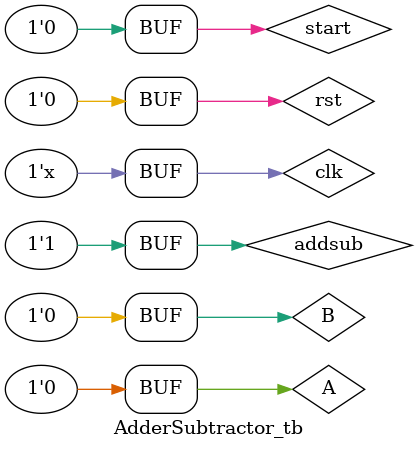
<source format=v>
`timescale 1ns/1ps

module AdderSubtractor_tb;
    reg [0:0] A;
    reg [0:0] B;
    reg rst;
    reg addsub;
    reg start;
    reg clk;

    wire [0:0] sum;
    wire cout;
    wire done;
    wire calculating;

    AdderSubtractor #(1) uut (
        .A(A),
        .B(B),
        .rst(rst),
        .addsub(addsub),
        .start(start),
        .clk(clk),
        .sum(sum),
        .cout(cout),
        .done(done),
        .calculating(calculating)
    );

    always #5 clk = ~clk;

    initial begin
        clk = 0;
        rst = 0;
        A = 0;
        B = 0;
        addsub = 0;
        start = 0;
        rst = 1;
        #30;
        rst = 0;

        A=1'b0; 
        B=1'b0;
        addsub = 1;       // -
        start = 1;
        #10;
        start = 0;
        #90;

        
//     A = 8'b10000000;  // -128 (signed)
//     B = 8'b10000000;  // -128 (signed)
//     addsub = 1;       // -
//     start = 1;
//     #10;
//     start = 0;
//     #90;


//     A = 8'b11111111;  // 255 (unsigned)
//     B = 8'b00000001;  // 1 (unsigned)
//     addsub = 0;       // +
//     start = 1;
//     #10;
//     start = 0;
//     #90;

//     A = 8'b01111111;  // 127 (signed)
//     B = 8'b10000000;  // -128 (signed)
//     addsub = 1;       // -
//     start = 1;
//     #10;
//     start = 0;
//     #90;

//     #50;
//     rst = 1;
//     #10;
//     rst = 0;         // Deassert reset
//     #10;

//     A = 8'b01010101;  // 85 (unsigned)
//     B = 8'b00110011;  // 51 (unsigned)
//     addsub = 0;       // Addition
//     start = 1;
//     #10;
//     start = 0;
//     #90;

//     A = 8'b10101010;  // 170 (unsigned)
//     B = 8'b00001111;  // 15 (unsigned)
//     addsub = 1;       // Subtraction
//     start = 1;
//     #10;
//     start = 0;
//     #90;


//     A = 8'b00000000;  // 0 (unsigned)
//     B = 8'b00000000;  // 0 (unsigned)
//     addsub = 0;       // +
//     start = 1;
//     #10;
//     start = 0;
//     #90;

//     A = 8'b01111111;  // 127 (signed)
//     B = 8'b00000001;  // 1 (signed)
//     addsub = 0;       // +
//     start = 1;
//     #10;
//     start = 0;
//     #90;

// // start 
//     A <= 8'b00101010;   // 42
//     B <= 8'b00001111;   // 15
//     addsub <= 0;        // +
//     start <= 1;         // Start the operation
//     #10;
//     start = 0;
//     #90;


//     A <= 8'b00000010;   // 2
//     B <= 8'b00000100;   // 4
//     addsub <= 1;        // -
//     start <= 1;         // Start the operation
//     #10;
//     start = 0;
//     #90;

//     A <= 8'b01011000;   // 88
//     B <= 8'b00010110;   // 22
//     addsub <= 1;        // -
//     start <= 1;         // Start the operation
//     #10;
//     start = 0;
//     #90;

//     A <= 8'b00010001;   // 17
//     B <= 8'b00010001;   // 17
//     addsub <= 1;        // -
//     start <= 0;         // Start the operation
//     #10;
//     start = 0;
//     #90;


//     A <= 8'b00011000;   // 24
//     B <= 8'b01000000;   // 64
//     addsub <= 0;        // +
//     start <= 1;         // Start the operation
//     #10;
//     start = 0;
//     #90;


    end
endmodule

</source>
